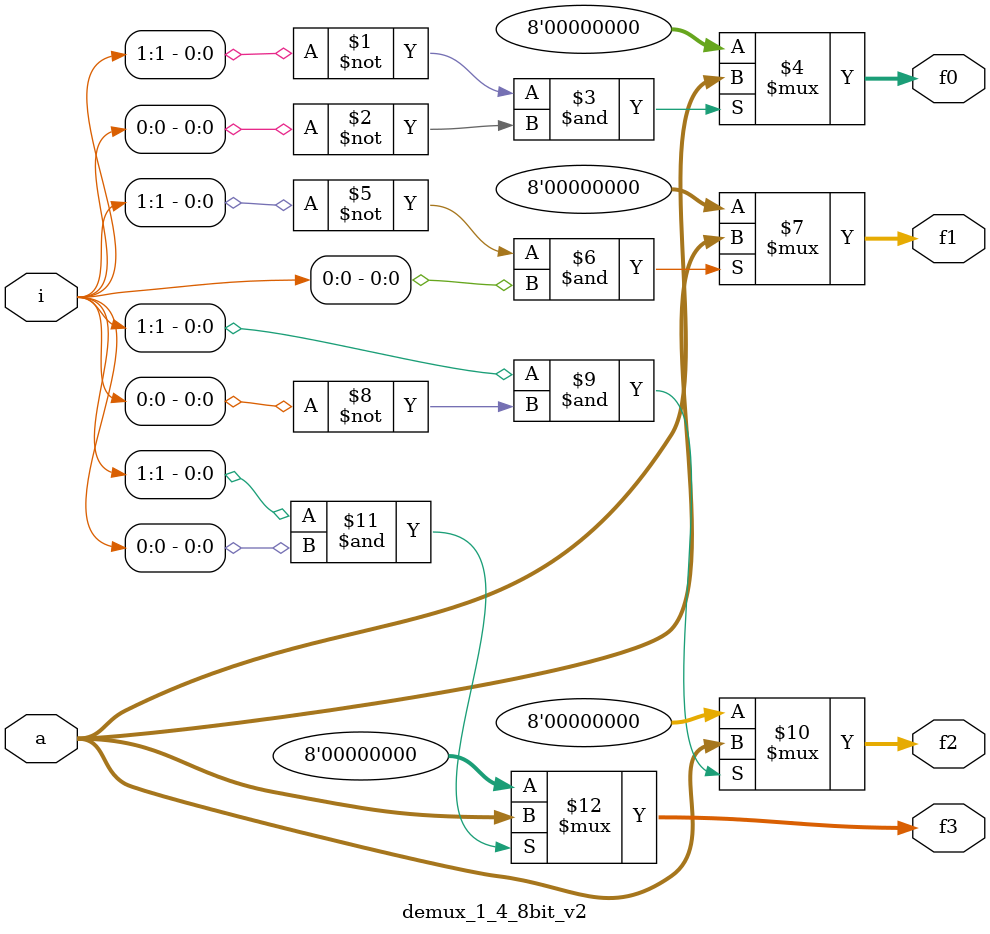
<source format=v>
module demux_1_4_8bit_v2 (
    input  wire [7:0] a,
    input  wire [1:0] i,
    output wire  [7:0] f0,
    output wire  [7:0] f1,
    output wire  [7:0] f2,
    output wire  [7:0] f3
);

assign f0 = (~i[1] & ~i[0]) ? a : 8'b0;
assign f1 = (~i[1] & i[0]) ? a : 8'b0;
assign f2 = (i[1] & ~i[0]) ? a : 8'b0;
assign f3 = (i[1] & i[0]) ? a : 8'b0;

endmodule
</source>
